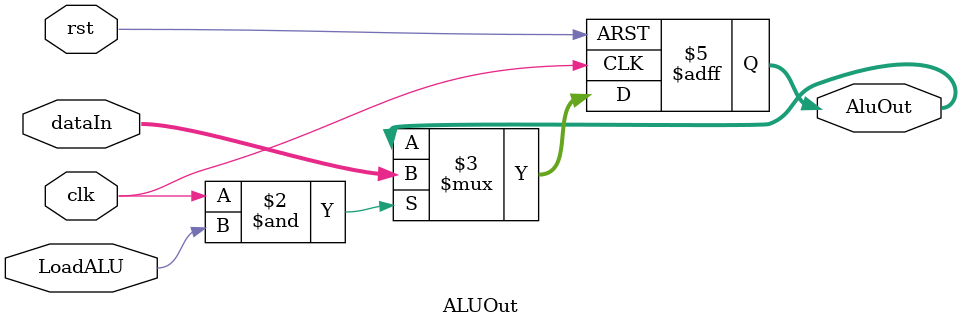
<source format=v>
`timescale 1ns/1ns
module ALUOut(input clk, rst,LoadALU, input [31:0] dataIn, output reg [31:0] AluOut);
  always@(posedge clk, posedge rst) begin
    if(rst)
      AluOut <= 32'b0;
    else if(clk & LoadALU)
      AluOut <= dataIn;
  end
endmodule

</source>
